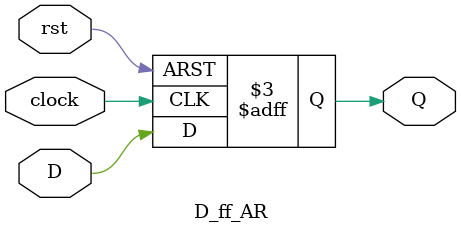
<source format=v>
module D_ff_AR (output reg Q,input D, clock, rst); 

	always @ (posedge clock, negedge rst)begin
		if (!rst) 
			Q <= 1'b0;
		else 
			Q <= D;
end
endmodule

</source>
